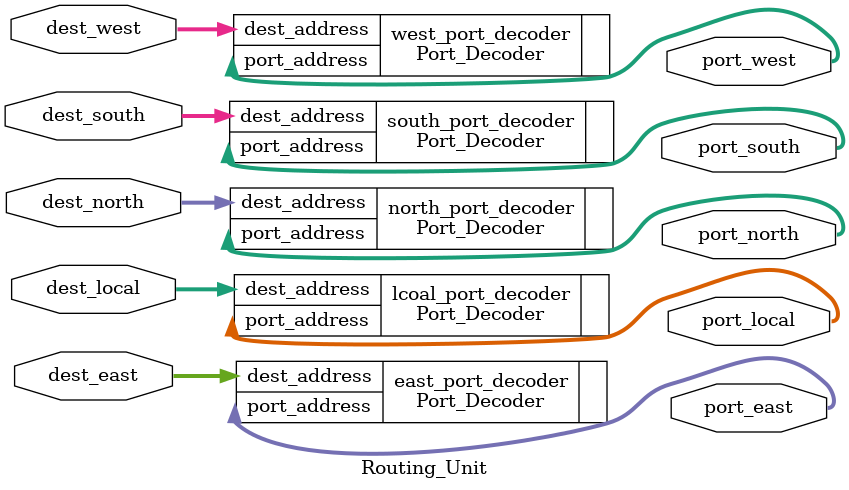
<source format=sv>
module Routing_Unit #(
        parameter NOC_WIDTH  = 4,
        parameter NOC_LENGTH = 4,
        parameter ROUTER_ID  = 0
    )(
        dest_local, dest_west,  dest_north,  dest_east, dest_south,
        port_local, port_west, port_north, port_east, port_south
    );
    localparam  X_ADDRESS_WIDTH = $clog2(NOC_WIDTH);
    localparam  Y_ADDRESS_WIDTH = $clog2(NOC_LENGTH);
    localparam  TOTAL_ADDRESS_WIDTH = X_ADDRESS_WIDTH + Y_ADDRESS_WIDTH;

    input  [TOTAL_ADDRESS_WIDTH-1 : 0] dest_local, dest_west,  dest_north,  dest_east, dest_south;
    output [2:0] port_local, port_west, port_north, port_east, port_south;


    Port_Decoder #(.NOC_LENGTH(NOC_LENGTH), .NOC_WIDTH(NOC_WIDTH), .ROUTER_ID(ROUTER_ID))
                 lcoal_port_decoder (.dest_address(dest_local), .port_address(port_local));


    Port_Decoder #(.NOC_LENGTH(NOC_LENGTH), .NOC_WIDTH(NOC_WIDTH), .ROUTER_ID(ROUTER_ID))
                 west_port_decoder (.dest_address(dest_west), .port_address(port_west));


    Port_Decoder #(.NOC_LENGTH(NOC_LENGTH), .NOC_WIDTH(NOC_WIDTH), .ROUTER_ID(ROUTER_ID))
                 north_port_decoder (.dest_address(dest_north), .port_address(port_north));


    Port_Decoder #(.NOC_LENGTH(NOC_LENGTH), .NOC_WIDTH(NOC_WIDTH), .ROUTER_ID(ROUTER_ID))
                 east_port_decoder (.dest_address(dest_east), .port_address(port_east));


    Port_Decoder #(.NOC_LENGTH(NOC_LENGTH), .NOC_WIDTH(NOC_WIDTH), .ROUTER_ID(ROUTER_ID))
                 south_port_decoder (.dest_address(dest_south), .port_address(port_south));

endmodule

</source>
